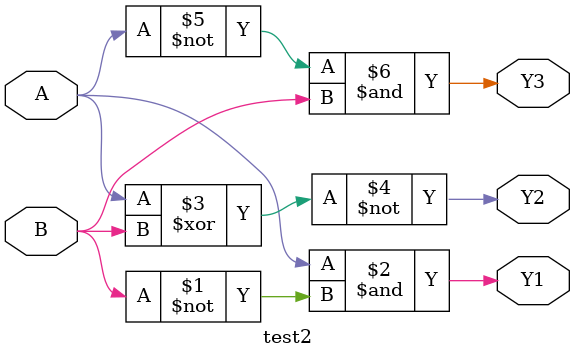
<source format=v>
module test2(A, B, Y1, Y2, Y3);
input A, B;
output Y1, Y2, Y3;

assign Y1 = (A & (~B));
assign Y2 = ~(A ^ B);
assign Y3 = ((~A) & B);

endmodule
</source>
